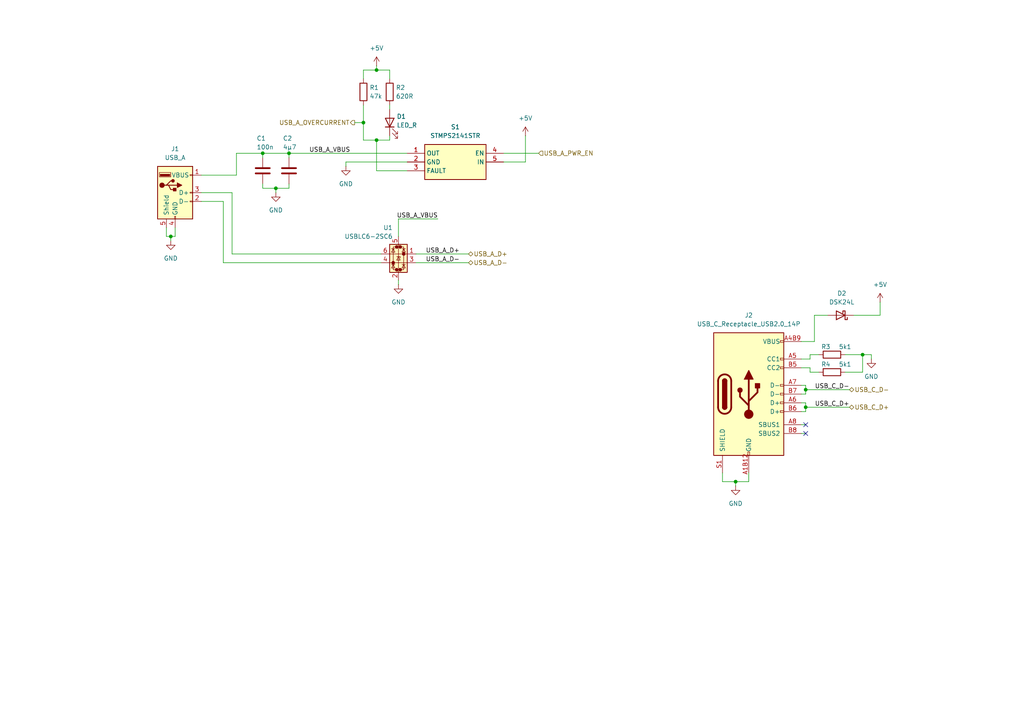
<source format=kicad_sch>
(kicad_sch (version 20250114) (generator "eeschema") (generator_version "9.0")
  (paper "A4")
  (title_block (title "Scorpion max V1") (rev "V1"))
  (lib_symbols
    (symbol "Connector:USB_A" (pin_names (offset 1.016))
      (property "Reference" "J" (at -5.08 11.43 0))
      (property "Value" "USB_A" (at -5.08 8.89 0))
      (symbol "USB_A_0_1"
        (rectangle (start -5.08 -7.62) (end 5.08 7.62) (stroke (width 0.254)) (fill (type background)))
        (circle (center -3.81 2.159) (radius 0.635) (stroke (width 0.254)) (fill (type outline)))
        (polyline (pts (xy -3.175 2.159) (xy -2.54 2.159) (xy -1.27 3.429) (xy -0.635 3.429)) (stroke (width 0.254)))
        (polyline (pts (xy -2.54 2.159) (xy -1.905 2.159) (xy -1.27 0.889) (xy 0 0.889)) (stroke (width 0.254)))
        (rectangle (start -1.524 4.826) (end -4.318 5.334) (fill (type outline)))
        (rectangle (start -1.27 4.572) (end -4.572 5.842))
        (circle (center -0.635 3.429) (radius 0.381) (stroke (width 0.254)) (fill (type outline)))
        (rectangle (start -0.127 -7.62) (end 0.127 -6.858))
        (rectangle (start 0.254 1.27) (end -0.508 0.508) (stroke (width 0.254)) (fill (type outline)))
        (polyline (pts (xy 0.635 2.794) (xy 0.635 1.524) (xy 1.905 2.159) (xy 0.635 2.794)) (stroke (width 0.254)) (fill (type outline)))
        (rectangle (start 5.08 4.953) (end 4.318 5.207))
        (rectangle (start 5.08 -0.127) (end 4.318 0.127))
        (rectangle (start 5.08 -2.667) (end 4.318 -2.413))
      )
      (symbol "USB_A_1_1"
        (polyline (pts (xy -1.905 2.159) (xy 0.635 2.159)) (stroke (width 0.254)))
        (pin passive line (at -2.54 -10.16 90) (length 2.54) (name "Shield") (number "5"))
        (pin power_in line (at 0 -10.16 90) (length 2.54) (name "GND") (number "4"))
        (pin power_in line (at 7.62 5.08 180) (length 2.54) (name "VBUS") (number "1"))
        (pin bidirectional line (at 7.62 0 180) (length 2.54) (name "D+") (number "3"))
        (pin bidirectional line (at 7.62 -2.54 180) (length 2.54) (name "D-") (number "2"))
      )
    )
    (symbol "Connector:USB_C_Receptacle_USB2.0_14P" (pin_names (offset 1.016))
      (property "Reference" "J2" (at 0 22.86 0))
      (property "Value" "USB_C_Receptacle_USB2.0_14P" (at 0 20.32 0))
      (symbol "USB_C_Receptacle_USB2.0_14P_0_0"
        (rectangle (start -0.254 -16.764) (end 0.254 -17.78))
        (rectangle (start 9.144 -4.826) (end 10.16 -5.334))
        (rectangle (start 10.16 15.494) (end 9.144 14.986))
        (rectangle (start 10.16 10.414) (end 9.144 9.906))
        (rectangle (start 10.16 7.874) (end 9.144 7.366))
        (rectangle (start 10.16 2.794) (end 9.144 2.286))
        (rectangle (start 10.16 0.254) (end 9.144 -0.254))
        (rectangle (start 10.16 -2.286) (end 9.144 -2.794))
      )
      (symbol "USB_C_Receptacle_USB2.0_14P_0_1"
        (rectangle (start -10.16 17.78) (end 10.16 -17.78) (stroke (width 0.254)) (fill (type background)))
        (polyline (pts (xy -8.89 -3.81) (xy -8.89 3.81)) (stroke (width 0.508)))
        (rectangle (start -7.62 -3.81) (end -6.35 3.81) (stroke (width 0.254)) (fill (type outline)))
        (arc (start -7.62 3.81) (mid -6.985 4.4423) (end -6.35 3.81) (stroke (width 0.254)))
        (arc (start -7.62 3.81) (mid -6.985 4.4423) (end -6.35 3.81) (stroke (width 0.254)) (fill (type outline)))
        (arc (start -8.89 3.81) (mid -6.985 5.7067) (end -5.08 3.81) (stroke (width 0.508)))
        (arc (start -5.08 -3.81) (mid -6.985 -5.7067) (end -8.89 -3.81) (stroke (width 0.508)))
        (arc (start -6.35 -3.81) (mid -6.985 -4.4423) (end -7.62 -3.81) (stroke (width 0.254)))
        (arc (start -6.35 -3.81) (mid -6.985 -4.4423) (end -7.62 -3.81) (stroke (width 0.254)) (fill (type outline)))
        (polyline (pts (xy -5.08 3.81) (xy -5.08 -3.81)) (stroke (width 0.508)))
        (circle (center -2.54 1.143) (radius 0.635) (stroke (width 0.254)) (fill (type outline)))
        (polyline (pts (xy -1.27 4.318) (xy 0 6.858) (xy 1.27 4.318) (xy -1.27 4.318)) (stroke (width 0.254)) (fill (type outline)))
        (polyline (pts (xy 0 -2.032) (xy 2.54 0.508) (xy 2.54 1.778)) (stroke (width 0.508)))
        (polyline (pts (xy 0 -3.302) (xy -2.54 -0.762) (xy -2.54 0.508)) (stroke (width 0.508)))
        (polyline (pts (xy 0 -5.842) (xy 0 4.318)) (stroke (width 0.508)))
        (circle (center 0 -5.842) (radius 1.27) (fill (type outline)))
        (rectangle (start 1.905 1.778) (end 3.175 3.048) (stroke (width 0.254)) (fill (type outline)))
      )
      (symbol "USB_C_Receptacle_USB2.0_14P_1_1"
        (pin passive line (at -7.62 -22.86 90) (length 5.08) (name "SHIELD") (number "S1"))
        (pin passive line (at 0 -22.86 90) (length 5.08) (name "GND") (number "A1B12"))
        (pin passive line (at 0 -22.86 90) (length 5.08) (hide yes) (name "GND") (number "B1A12"))
        (pin passive line (at 15.24 15.24 180) (length 5.08) (name "VBUS") (number "A4B9"))
        (pin passive line (at 15.24 15.24 180) (length 5.08) (hide yes) (name "VBUS") (number "B4A9"))
        (pin bidirectional line (at 15.24 10.16 180) (length 5.08) (name "CC1") (number "A5"))
        (pin bidirectional line (at 15.24 7.62 180) (length 5.08) (name "CC2") (number "B5"))
        (pin bidirectional line (at 15.24 2.54 180) (length 5.08) (name "D-") (number "A7"))
        (pin bidirectional line (at 15.24 0 180) (length 5.08) (name "D-") (number "B7"))
        (pin bidirectional line (at 15.24 -2.54 180) (length 5.08) (name "D+") (number "A6"))
        (pin bidirectional line (at 15.24 -5.08 180) (length 5.08) (name "D+") (number "B6"))
        (pin passive line (at 15.24 -8.89 180) (length 5.08) (name "SBUS1") (number "A8"))
        (pin passive line (at 15.24 -11.43 180) (length 5.08) (name "SBUS2") (number "B8"))
      )
    )
    (symbol "Device:C" (pin_numbers (hide yes)) (pin_names (offset 0.254))
      (property "Reference" "C" (at 0.635 2.54 0))
      (property "Value" "C" (at 0.635 -2.54 0))
      (symbol "C_0_1"
        (polyline (pts (xy -2.032 0.762) (xy 2.032 0.762)) (stroke (width 0.508)))
        (polyline (pts (xy -2.032 -0.762) (xy 2.032 -0.762)) (stroke (width 0.508)))
      )
      (symbol "C_1_1"
        (pin passive line (at 0 3.81 270) (length 2.794) (name "~") (number "1"))
        (pin passive line (at 0 -3.81 90) (length 2.794) (name "~") (number "2"))
      )
    )
    (symbol "Device:D_Schottky" (pin_numbers (hide yes)) (pin_names (offset 1.016) (hide yes))
      (property "Reference" "D" (at 0 2.54 0))
      (property "Value" "D_Schottky" (at 0 -2.54 0))
      (symbol "D_Schottky_0_1"
        (polyline (pts (xy -1.905 0.635) (xy -1.905 1.27) (xy -1.27 1.27) (xy -1.27 -1.27) (xy -0.635 -1.27) (xy -0.635 -0.635)) (stroke (width 0.254)))
        (polyline (pts (xy 1.27 1.27) (xy 1.27 -1.27) (xy -1.27 0) (xy 1.27 1.27)) (stroke (width 0.254)))
        (polyline (pts (xy 1.27 0) (xy -1.27 0)))
      )
      (symbol "D_Schottky_1_1"
        (pin passive line (at -3.81 0 0) (length 2.54) (name "K") (number "1"))
        (pin passive line (at 3.81 0 180) (length 2.54) (name "A") (number "2"))
      )
    )
    (symbol "Device:LED" (pin_numbers (hide yes)) (pin_names (offset 1.016) (hide yes))
      (property "Reference" "D" (at 0 2.54 0))
      (property "Value" "LED" (at 0 -2.54 0))
      (symbol "LED_0_1"
        (polyline (pts (xy -3.048 -0.762) (xy -4.572 -2.286) (xy -3.81 -2.286) (xy -4.572 -2.286) (xy -4.572 -1.524)))
        (polyline (pts (xy -1.778 -0.762) (xy -3.302 -2.286) (xy -2.54 -2.286) (xy -3.302 -2.286) (xy -3.302 -1.524)))
        (polyline (pts (xy -1.27 0) (xy 1.27 0)))
        (polyline (pts (xy -1.27 -1.27) (xy -1.27 1.27)) (stroke (width 0.254)))
        (polyline (pts (xy 1.27 -1.27) (xy 1.27 1.27) (xy -1.27 0) (xy 1.27 -1.27)) (stroke (width 0.254)))
      )
      (symbol "LED_1_1"
        (pin passive line (at -3.81 0 0) (length 2.54) (name "K") (number "1"))
        (pin passive line (at 3.81 0 180) (length 2.54) (name "A") (number "2"))
      )
    )
    (symbol "Device:R" (pin_numbers (hide yes)) (pin_names (offset 0))
      (property "Reference" "R" (at 2.032 0 90))
      (property "Value" "R" (at 0 0 90))
      (symbol "R_0_1"
        (rectangle (start -1.016 -2.54) (end 1.016 2.54) (stroke (width 0.254)))
      )
      (symbol "R_1_1"
        (pin passive line (at 0 3.81 270) (length 1.27) (name "~") (number "1"))
        (pin passive line (at 0 -3.81 90) (length 1.27) (name "~") (number "2"))
      )
    )
    (symbol "Power_Protection:USBLC6-2SC6" (pin_names (hide yes))
      (property "Reference" "U" (at 0.635 5.715 0))
      (property "Value" "USBLC6-2SC6" (at 0.635 3.81 0))
      (symbol "USBLC6-2SC6_0_0"
        (circle (center -1.524 0) (radius 0.0001) (stroke (width 0.508)))
        (circle (center -0.508 2.032) (radius 0.0001) (stroke (width 0.508)))
        (circle (center -0.508 -4.572) (radius 0.0001) (stroke (width 0.508)))
        (circle (center 0.508 2.032) (radius 0.0001) (stroke (width 0.508)))
        (circle (center 0.508 -4.572) (radius 0.0001) (stroke (width 0.508)))
        (circle (center 1.524 -2.54) (radius 0.0001) (stroke (width 0.508)))
      )
      (symbol "USBLC6-2SC6_0_1"
        (polyline (pts (xy -2.54 0) (xy 2.54 0)))
        (polyline (pts (xy -2.54 -2.54) (xy 2.54 -2.54)))
        (polyline (pts (xy -2.032 0.508) (xy -1.016 0.508) (xy -1.524 1.524) (xy -2.032 0.508)))
        (polyline (pts (xy -2.032 -3.048) (xy -1.016 -3.048)))
        (polyline (pts (xy -1.016 1.524) (xy -2.032 1.524)))
        (polyline (pts (xy -1.016 -4.064) (xy -2.032 -4.064) (xy -1.524 -3.048) (xy -1.016 -4.064)))
        (polyline (pts (xy -0.508 -1.143) (xy -0.508 -0.762) (xy 0.508 -0.762)))
        (polyline (pts (xy 0 2.54) (xy -0.508 2.032) (xy 0.508 2.032) (xy 0 1.524) (xy 0 -4.064) (xy -0.508 -4.572) (xy 0.508 -4.572) (xy 0 -5.08)))
        (polyline (pts (xy 0.508 -1.778) (xy -0.508 -1.778) (xy 0 -0.762) (xy 0.508 -1.778)))
        (polyline (pts (xy 1.016 1.524) (xy 2.032 1.524)))
        (polyline (pts (xy 1.016 -3.048) (xy 2.032 -3.048)))
        (polyline (pts (xy 2.032 0.508) (xy 1.016 0.508) (xy 1.524 1.524) (xy 2.032 0.508)))
        (polyline (pts (xy 2.032 -4.064) (xy 1.016 -4.064) (xy 1.524 -3.048) (xy 2.032 -4.064)))
      )
      (symbol "USBLC6-2SC6_1_1"
        (rectangle (start -2.54 2.794) (end 2.54 -5.334) (stroke (width 0.254)) (fill (type background)))
        (polyline (pts (xy -0.508 2.032) (xy -1.524 2.032) (xy -1.524 -4.572) (xy -0.508 -4.572)))
        (polyline (pts (xy 0.508 -4.572) (xy 1.524 -4.572) (xy 1.524 2.032) (xy 0.508 2.032)))
        (pin passive line (at -5.08 0 0) (length 2.54) (name "I/O1") (number "1"))
        (pin passive line (at -5.08 -2.54 0) (length 2.54) (name "I/O2") (number "3"))
        (pin passive line (at 0 5.08 270) (length 2.54) (name "VBUS") (number "5"))
        (pin passive line (at 0 -7.62 90) (length 2.54) (name "GND") (number "2"))
        (pin passive line (at 5.08 0 180) (length 2.54) (name "I/O1") (number "6"))
        (pin passive line (at 5.08 -2.54 180) (length 2.54) (name "I/O2") (number "4"))
      )
    )
    (symbol "SamacSys_Parts:STMPS2141STR"
      (property "Reference" "S" (at 24.13 7.62 0))
      (property "Value" "STMPS2141STR" (at 24.13 5.08 0))
      (symbol "STMPS2141STR_1_1"
        (rectangle (start 5.08 2.54) (end 22.86 -7.62) (stroke (width 0.254)) (fill (type background)))
        (pin passive line (at 0 0 0) (length 5.08) (name "OUT") (number "1"))
        (pin passive line (at 0 -2.54 0) (length 5.08) (name "GND") (number "2"))
        (pin passive line (at 0 -5.08 0) (length 5.08) (name "FAULT") (number "3"))
        (pin passive line (at 27.94 0 180) (length 5.08) (name "EN") (number "4"))
        (pin passive line (at 27.94 -2.54 180) (length 5.08) (name "IN") (number "5"))
      )
    )
    (symbol "power:+5V" (power) (pin_numbers (hide yes)) (pin_names (offset 0) (hide yes))
      (property "Value" "+5V" (at 0 3.556 0))
      (symbol "+5V_0_1"
        (polyline (pts (xy -0.762 1.27) (xy 0 2.54)))
        (polyline (pts (xy 0 2.54) (xy 0.762 1.27)))
        (polyline (pts (xy 0 0) (xy 0 2.54)))
      )
      (symbol "+5V_1_1"
        (pin power_in line (at 0 0 90) (length 0) (name "~") (number "1"))
      )
    )
    (symbol "power:GND" (power) (pin_numbers (hide yes)) (pin_names (offset 0) (hide yes))
      (property "Value" "GND" (at 0 -3.81 0))
      (symbol "GND_0_1"
        (polyline (pts (xy 0 0) (xy 0 -1.27) (xy 1.27 -1.27) (xy 0 -2.54) (xy -1.27 -1.27) (xy 0 -1.27)))
      )
      (symbol "GND_1_1"
        (pin power_in line (at 0 0 270) (length 0) (name "~") (number "1"))
      )
    )
  )
  (junction (at 109.22 20.32))
  (junction (at 213.36 139.7))
  (junction (at 76.2 44.45))
  (junction (at 105.41 35.56))
  (junction (at 49.53 68.58))
  (junction (at 83.82 44.45))
  (junction (at 250.19 102.87))
  (junction (at 80.01 54.61))
  (junction (at 233.68 118.11))
  (junction (at 233.68 113.03))
  (junction (at 109.22 40.64))
  (no_connect (at 233.68 125.73))
  (no_connect (at 233.68 123.19))
  (wire (pts (xy 83.82 45.72) (xy 83.82 44.45)))
  (wire (pts (xy 245.11 102.87) (xy 250.19 102.87)))
  (wire (pts (xy 67.31 73.66) (xy 67.31 55.88)))
  (wire (pts (xy 247.65 91.44) (xy 255.27 91.44)))
  (wire (pts (xy 115.57 82.55) (xy 115.57 81.28)))
  (wire (pts (xy 80.01 54.61) (xy 83.82 54.61)))
  (wire (pts (xy 232.41 119.38) (xy 233.68 119.38)))
  (wire (pts (xy 76.2 45.72) (xy 76.2 44.45)))
  (wire (pts (xy 232.41 104.14) (xy 234.95 104.14)))
  (wire (pts (xy 250.19 102.87) (xy 250.19 107.95)))
  (wire (pts (xy 80.01 54.61) (xy 80.01 55.88)))
  (wire (pts (xy 110.49 73.66) (xy 67.31 73.66)))
  (wire (pts (xy 110.49 76.2) (xy 64.77 76.2)))
  (wire (pts (xy 48.26 68.58) (xy 48.26 66.04)))
  (wire (pts (xy 58.42 50.8) (xy 68.58 50.8)))
  (wire (pts (xy 50.8 68.58) (xy 50.8 66.04)))
  (wire (pts (xy 113.03 20.32) (xy 113.03 22.86)))
  (wire (pts (xy 83.82 44.45) (xy 118.11 44.45)))
  (wire (pts (xy 213.36 139.7) (xy 217.17 139.7)))
  (wire (pts (xy 64.77 58.42) (xy 58.42 58.42)))
  (wire (pts (xy 250.19 107.95) (xy 245.11 107.95)))
  (wire (pts (xy 232.41 114.3) (xy 233.68 114.3)))
  (wire (pts (xy 120.65 76.2) (xy 135.89 76.2)))
  (wire (pts (xy 115.57 63.5) (xy 115.57 68.58)))
  (wire (pts (xy 109.22 40.64) (xy 113.03 40.64)))
  (wire (pts (xy 109.22 49.53) (xy 118.11 49.53)))
  (wire (pts (xy 109.22 19.05) (xy 109.22 20.32)))
  (wire (pts (xy 236.22 91.44) (xy 236.22 99.06)))
  (wire (pts (xy 102.87 35.56) (xy 105.41 35.56)))
  (wire (pts (xy 255.27 87.63) (xy 255.27 91.44)))
  (wire (pts (xy 252.73 102.87) (xy 252.73 104.14)))
  (wire (pts (xy 213.36 140.97) (xy 213.36 139.7)))
  (wire (pts (xy 233.68 118.11) (xy 233.68 116.84)))
  (wire (pts (xy 234.95 104.14) (xy 234.95 102.87)))
  (wire (pts (xy 105.41 35.56) (xy 105.41 40.64)))
  (wire (pts (xy 67.31 55.88) (xy 58.42 55.88)))
  (wire (pts (xy 115.57 63.5) (xy 127 63.5)))
  (wire (pts (xy 49.53 68.58) (xy 50.8 68.58)))
  (wire (pts (xy 113.03 30.48) (xy 113.03 31.75)))
  (wire (pts (xy 48.26 68.58) (xy 49.53 68.58)))
  (wire (pts (xy 246.38 118.11) (xy 233.68 118.11)))
  (wire (pts (xy 236.22 99.06) (xy 232.41 99.06)))
  (wire (pts (xy 120.65 73.66) (xy 135.89 73.66)))
  (wire (pts (xy 105.41 20.32) (xy 109.22 20.32)))
  (wire (pts (xy 233.68 113.03) (xy 246.38 113.03)))
  (wire (pts (xy 233.68 119.38) (xy 233.68 118.11)))
  (wire (pts (xy 100.33 46.99) (xy 118.11 46.99)))
  (wire (pts (xy 76.2 53.34) (xy 76.2 54.61)))
  (wire (pts (xy 83.82 54.61) (xy 83.82 53.34)))
  (wire (pts (xy 68.58 44.45) (xy 76.2 44.45)))
  (wire (pts (xy 234.95 106.68) (xy 234.95 107.95)))
  (wire (pts (xy 234.95 102.87) (xy 237.49 102.87)))
  (wire (pts (xy 232.41 111.76) (xy 233.68 111.76)))
  (wire (pts (xy 217.17 139.7) (xy 217.17 137.16)))
  (wire (pts (xy 232.41 116.84) (xy 233.68 116.84)))
  (wire (pts (xy 109.22 40.64) (xy 109.22 49.53)))
  (wire (pts (xy 232.41 106.68) (xy 234.95 106.68)))
  (wire (pts (xy 234.95 107.95) (xy 237.49 107.95)))
  (wire (pts (xy 236.22 91.44) (xy 240.03 91.44)))
  (wire (pts (xy 233.68 113.03) (xy 233.68 111.76)))
  (wire (pts (xy 113.03 40.64) (xy 113.03 39.37)))
  (wire (pts (xy 68.58 50.8) (xy 68.58 44.45)))
  (wire (pts (xy 109.22 20.32) (xy 113.03 20.32)))
  (wire (pts (xy 209.55 137.16) (xy 209.55 139.7)))
  (wire (pts (xy 76.2 54.61) (xy 80.01 54.61)))
  (wire (pts (xy 250.19 102.87) (xy 252.73 102.87)))
  (wire (pts (xy 76.2 44.45) (xy 83.82 44.45)))
  (wire (pts (xy 105.41 30.48) (xy 105.41 35.56)))
  (wire (pts (xy 64.77 76.2) (xy 64.77 58.42)))
  (wire (pts (xy 146.05 46.99) (xy 152.4 46.99)))
  (wire (pts (xy 105.41 22.86) (xy 105.41 20.32)))
  (wire (pts (xy 232.41 125.73) (xy 233.68 125.73)))
  (wire (pts (xy 146.05 44.45) (xy 156.21 44.45)))
  (wire (pts (xy 209.55 139.7) (xy 213.36 139.7)))
  (wire (pts (xy 100.33 48.26) (xy 100.33 46.99)))
  (wire (pts (xy 105.41 40.64) (xy 109.22 40.64)))
  (wire (pts (xy 152.4 46.99) (xy 152.4 39.37)))
  (wire (pts (xy 232.41 123.19) (xy 233.68 123.19)))
  (wire (pts (xy 49.53 69.85) (xy 49.53 68.58)))
  (wire (pts (xy 233.68 114.3) (xy 233.68 113.03)))
  (label "USB_C_D-" (at 246.38 113.03 180) (effects (font (thickness 0.1588))))
  (label "USB_A_D+" (at 133.35 73.66 180) (effects (font (thickness 0.1588))))
  (label "USB_A_D-" (at 133.35 76.2 180) (effects (font (thickness 0.1588))))
  (label "USB_A_VBUS" (at 101.6 44.45 180) (effects (font (thickness 0.1588))))
  (label "USB_C_D+" (at 246.38 118.11 180) (effects (font (thickness 0.1588))))
  (label "USB_A_VBUS" (at 127 63.5 180) (effects (font (thickness 0.1588))))
  (hierarchical_label "USB_A_D+" (shape bidirectional) (at 135.89 73.66 0))
  (hierarchical_label "USB_A_OVERCURRENT" (shape output) (at 102.87 35.56 180))
  (hierarchical_label "USB_C_D-" (shape bidirectional) (at 246.38 113.03 0))
  (hierarchical_label "USB_C_D+" (shape bidirectional) (at 246.38 118.11 0))
  (hierarchical_label "USB_A_PWR_EN" (shape input) (at 156.21 44.45 0))
  (hierarchical_label "USB_A_D-" (shape bidirectional) (at 135.89 76.2 0))
  (symbol (lib_id "Device:LED") (at 113.03 35.56 90) (unit 1)
    (property "Reference" "D1" (at 115.062 33.782 90) (effects (justify right)))
    (property "Value" "LED_R" (at 115.062 36.322 90) (effects (justify right)))
    (property "Footprint" "LED_SMD:LED_0603_1608Metric" (effects (hide yes)))
    (property "Description" "Light emitting diode" (effects (hide yes)))
    (property "Sim.Pins" "1=K 2=A" (effects (hide yes)))
  )
  (symbol (lib_id "power:GND") (at 213.36 140.97 0) (unit 1)
    (property "Reference" "#PWR013" (effects (hide yes)))
    (property "Value" "GND" (at 213.36 146.05 0))
    (property "Description" "Power symbol creates a global label with name \"GND\" , ground" (effects (hide yes)))
  )
  (symbol (lib_id "SamacSys_Parts:STMPS2141STR") (at 118.11 44.45 0) (unit 1)
    (property "Reference" "S1" (at 132.08 36.83 0))
    (property "Value" "STMPS2141STR" (at 132.08 39.37 0))
    (property "Footprint" "SamacSys_Parts:SOT95P280X145-5N" (effects (hide yes)))
    (property "Datasheet" "https://www.st.com/resource/en/datasheet/stmps2141.pdf" (effects (hide yes)))
    (property "Description" "Enhanced Power Switch 500mA Low SOT23-5 STMicroelectronics STMPS2141STR Digital Power Switch IC, High Side MOSFET Switch, 0.5A, 2.7  5.5V, 5-Pin" (effects (hide yes)))
    (property "Height" "1.45" (effects (hide yes)))
    (property "Mouser Part Number" "511-STMPS2141STR" (effects (hide yes)))
    (property "Mouser Price/Stock" "https://www.mouser.co.uk/ProductDetail/STMicroelectronics/STMPS2141STR?qs=qolwYojYp3T210KvjX1eWg%3D%3D" (effects (hide yes)))
    (property "Manufacturer_Name" "STMicroelectronics" (effects (hide yes)))
    (property "Manufacturer_Part_Number" "STMPS2141STR" (effects (hide yes)))
  )
  (symbol (lib_id "power:GND") (at 49.53 69.85 0) (unit 1)
    (property "Reference" "#PWR09" (effects (hide yes)))
    (property "Value" "GND" (at 49.53 74.93 0))
    (property "Description" "Power symbol creates a global label with name \"GND\" , ground" (effects (hide yes)))
  )
  (symbol (lib_id "Device:R") (at 113.03 26.67 0) (unit 1)
    (property "Reference" "R2" (at 114.808 25.4 0) (effects (justify left)))
    (property "Value" "620R" (at 114.808 27.94 0) (effects (justify left)))
    (property "Footprint" "Resistor_SMD:R_0603_1608Metric" (effects (hide yes)))
    (property "Description" "Resistor" (effects (hide yes)))
  )
  (symbol (lib_id "Connector:USB_A") (at 50.8 55.88 0) (unit 1)
    (property "Reference" "J1" (at 50.8 43.18 0))
    (property "Value" "USB_A" (at 50.8 45.72 0))
    (property "Footprint" "LCSC:USB-A-TH_USB-302-T" (effects (hide yes)))
    (property "Description" "USB Type A connector" (effects (hide yes)))
  )
  (symbol (lib_id "Device:C") (at 83.82 49.53 0) (unit 1)
    (property "Reference" "C2" (at 82.042 40.132 0) (effects (justify left)))
    (property "Value" "4μ7" (at 82.042 42.672 0) (effects (justify left)))
    (property "Footprint" "Capacitor_SMD:C_0805_2012Metric" (effects (hide yes)))
    (property "Description" "Unpolarized capacitor" (effects (hide yes)))
  )
  (symbol (lib_id "Device:R") (at 105.41 26.67 0) (unit 1)
    (property "Reference" "R1" (at 107.188 25.4 0) (effects (justify left)))
    (property "Value" "47k" (at 107.188 27.94 0) (effects (justify left)))
    (property "Footprint" "Resistor_SMD:R_0603_1608Metric" (effects (hide yes)))
    (property "Description" "Resistor" (effects (hide yes)))
  )
  (symbol (lib_id "power:+5V") (at 255.27 87.63 0) (unit 1)
    (property "Reference" "#PWR011" (effects (hide yes)))
    (property "Value" "+5V" (at 255.27 82.55 0))
    (property "Description" "Power symbol creates a global label with name \"+5V\"" (effects (hide yes)))
  )
  (symbol (lib_id "power:GND") (at 115.57 82.55 0) (unit 1)
    (property "Reference" "#PWR010" (effects (hide yes)))
    (property "Value" "GND" (at 115.57 87.63 0))
    (property "Description" "Power symbol creates a global label with name \"GND\" , ground" (effects (hide yes)))
  )
  (symbol (lib_id "Device:C") (at 76.2 49.53 0) (unit 1)
    (property "Reference" "C1" (at 74.422 40.132 0) (effects (justify left)))
    (property "Value" "100n" (at 74.422 42.672 0) (effects (justify left)))
    (property "Footprint" "Capacitor_SMD:C_0603_1608Metric" (effects (hide yes)))
    (property "Description" "Unpolarized capacitor" (effects (hide yes)))
  )
  (symbol (lib_id "power:+5V") (at 152.4 39.37 0) (unit 1)
    (property "Reference" "#PWR06" (effects (hide yes)))
    (property "Value" "+5V" (at 152.4 34.29 0))
    (property "Description" "Power symbol creates a global label with name \"+5V\"" (effects (hide yes)))
  )
  (symbol (lib_id "power:GND") (at 252.73 104.14 0) (unit 1)
    (property "Reference" "#PWR012" (effects (hide yes)))
    (property "Value" "GND" (at 252.73 109.22 0))
    (property "Description" "Power symbol creates a global label with name \"GND\" , ground" (effects (hide yes)))
  )
  (symbol (lib_id "Connector:USB_C_Receptacle_USB2.0_14P") (at 217.17 114.3 0) (unit 1)
    (property "Reference" "J2" (at 217.17 91.44 0))
    (property "Value" "USB_C_Receptacle_USB2.0_14P" (at 217.17 93.98 0))
    (property "Footprint" "LCSC:USB-C_SMD-TYPE-C-31-M-12_1" (effects (hide yes)))
    (property "Datasheet" "https://www.usb.org/sites/default/files/documents/usb_type-c.zip" (effects (hide yes)))
    (property "Description" "USB 2.0-only 14P Type-C Receptacle connector" (effects (hide yes)))
  )
  (symbol (lib_id "Device:R") (at 241.3 107.95 90) (unit 1)
    (property "Reference" "R4" (at 239.522 105.664 90))
    (property "Value" "5k1" (at 245.11 105.664 90))
    (property "Footprint" "Resistor_SMD:R_0603_1608Metric" (effects (hide yes)))
    (property "Description" "Resistor" (effects (hide yes)))
  )
  (symbol (lib_id "power:+5V") (at 109.22 19.05 0) (unit 1)
    (property "Reference" "#PWR05" (effects (hide yes)))
    (property "Value" "+5V" (at 109.22 13.97 0))
    (property "Description" "Power symbol creates a global label with name \"+5V\"" (effects (hide yes)))
  )
  (symbol (lib_id "power:GND") (at 80.01 55.88 0) (unit 1)
    (property "Reference" "#PWR08" (effects (hide yes)))
    (property "Value" "GND" (at 80.01 60.96 0))
    (property "Description" "Power symbol creates a global label with name \"GND\" , ground" (effects (hide yes)))
  )
  (symbol (lib_id "power:GND") (at 100.33 48.26 0) (unit 1)
    (property "Reference" "#PWR07" (effects (hide yes)))
    (property "Value" "GND" (at 100.33 53.34 0))
    (property "Description" "Power symbol creates a global label with name \"GND\" , ground" (effects (hide yes)))
  )
  (symbol (lib_id "Power_Protection:USBLC6-2SC6") (at 115.57 73.66 0) (mirror y) (unit 1)
    (property "Reference" "U1" (at 113.9189 66.04 0) (effects (justify left)))
    (property "Value" "USBLC6-2SC6" (at 113.9189 68.58 0) (effects (justify left)))
    (property "Footprint" "Package_TO_SOT_SMD:SOT-23-6" (effects (hide yes)))
    (property "Datasheet" "https://www.st.com/resource/en/datasheet/usblc6-2.pdf" (effects (hide yes)))
    (property "Description" "Very low capacitance ESD protection diode, 2 data-line, SOT-23-6" (effects (hide yes)))
  )
  (symbol (lib_id "Device:D_Schottky") (at 243.84 91.44 180) (unit 1)
    (property "Reference" "D2" (at 244.1575 85.09 0))
    (property "Value" "DSK24L" (at 244.1575 87.63 0))
    (property "Footprint" "Diode_SMD:D_SOD-123F" (effects (hide yes)))
    (property "Description" "Schottky diode" (effects (hide yes)))
  )
  (symbol (lib_id "Device:R") (at 241.3 102.87 90) (unit 1)
    (property "Reference" "R3" (at 239.522 100.584 90))
    (property "Value" "5k1" (at 245.11 100.584 90))
    (property "Footprint" "Resistor_SMD:R_0603_1608Metric" (effects (hide yes)))
    (property "Description" "Resistor" (effects (hide yes)))
  )
)
</source>
